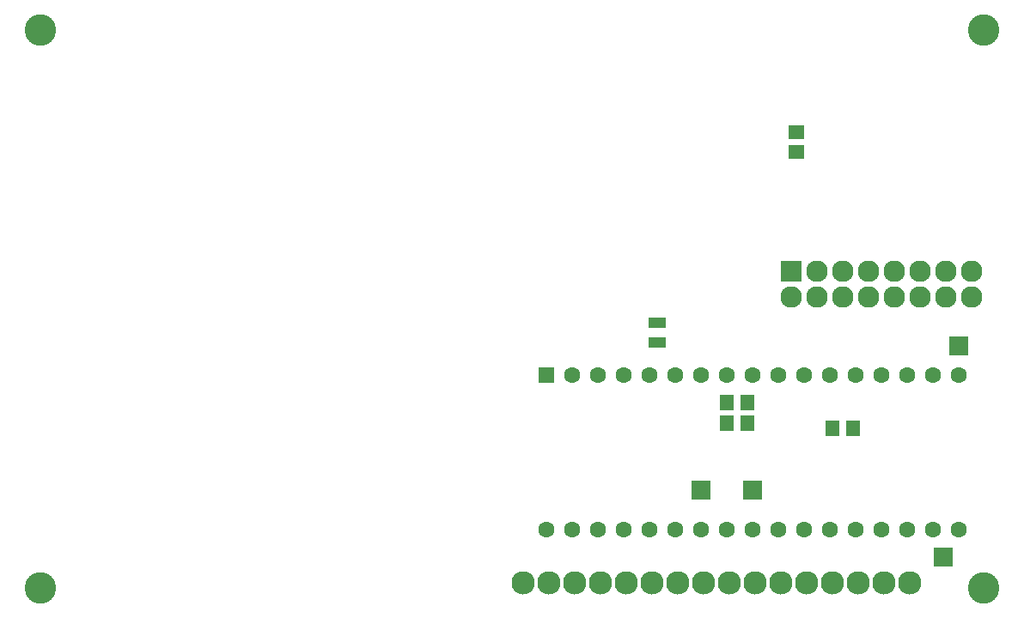
<source format=gbs>
G04 #@! TF.FileFunction,Soldermask,Bot*
%FSLAX46Y46*%
G04 Gerber Fmt 4.6, Leading zero omitted, Abs format (unit mm)*
G04 Created by KiCad (PCBNEW 4.0.1-3.201512221402+6198~38~ubuntu14.04.1-stable) date Wed 06 Jan 2016 15:47:40 GMT*
%MOMM*%
G01*
G04 APERTURE LIST*
%ADD10C,0.100000*%
%ADD11C,1.600000*%
%ADD12R,1.600000X1.600000*%
%ADD13R,1.400000X1.650000*%
%ADD14R,1.924000X1.924000*%
%ADD15R,2.127200X2.127200*%
%ADD16O,2.127200X2.127200*%
%ADD17R,1.650000X1.400000*%
%ADD18R,1.700000X1.100000*%
%ADD19C,2.300000*%
%ADD20C,3.100000*%
G04 APERTURE END LIST*
D10*
D11*
X86868000Y-152274000D03*
X89408000Y-152274000D03*
X91948000Y-152274000D03*
X94488000Y-152274000D03*
X97028000Y-152274000D03*
X99568000Y-152274000D03*
X102108000Y-152274000D03*
X104648000Y-152274000D03*
X107188000Y-152274000D03*
X109728000Y-152274000D03*
X112268000Y-152274000D03*
X114808000Y-152274000D03*
X117348000Y-152274000D03*
X119888000Y-152274000D03*
X122428000Y-152274000D03*
X124968000Y-152274000D03*
X127508000Y-152274000D03*
D12*
X86868000Y-137034000D03*
D11*
X89408000Y-137034000D03*
X91948000Y-137034000D03*
X94488000Y-137034000D03*
X97028000Y-137034000D03*
X99568000Y-137034000D03*
X102108000Y-137034000D03*
X104648000Y-137034000D03*
X107188000Y-137034000D03*
X109728000Y-137034000D03*
X112268000Y-137034000D03*
X114808000Y-137034000D03*
X117348000Y-137034000D03*
X119888000Y-137034000D03*
X122428000Y-137034000D03*
X124968000Y-137034000D03*
X127508000Y-137034000D03*
D13*
X104680000Y-139700000D03*
X106680000Y-139700000D03*
X104680000Y-141732000D03*
X106680000Y-141732000D03*
X117078000Y-142240000D03*
X115078000Y-142240000D03*
D14*
X127508000Y-134112000D03*
X107188000Y-148336000D03*
X102108000Y-148336000D03*
X125984000Y-154940000D03*
D15*
X110998000Y-126746000D03*
D16*
X110998000Y-129286000D03*
X113538000Y-126746000D03*
X113538000Y-129286000D03*
X116078000Y-126746000D03*
X116078000Y-129286000D03*
X118618000Y-126746000D03*
X118618000Y-129286000D03*
X121158000Y-126746000D03*
X121158000Y-129286000D03*
X123698000Y-126746000D03*
X123698000Y-129286000D03*
X126238000Y-126746000D03*
X126238000Y-129286000D03*
X128778000Y-126746000D03*
X128778000Y-129286000D03*
D17*
X111506000Y-113046000D03*
X111506000Y-115046000D03*
D18*
X97790000Y-133792000D03*
X97790000Y-131892000D03*
D19*
X122682000Y-157480000D03*
X120142000Y-157480000D03*
X117602000Y-157480000D03*
X115062000Y-157480000D03*
X112522000Y-157480000D03*
X109982000Y-157480000D03*
X107442000Y-157480000D03*
X104902000Y-157480000D03*
X102362000Y-157480000D03*
X99822000Y-157480000D03*
X97282000Y-157480000D03*
X94742000Y-157480000D03*
X92202000Y-157480000D03*
X89662000Y-157480000D03*
X87122000Y-157480000D03*
X84582000Y-157480000D03*
D20*
X36982000Y-102980000D03*
X129982000Y-102980000D03*
X129982000Y-157980000D03*
X36982000Y-157980000D03*
M02*

</source>
